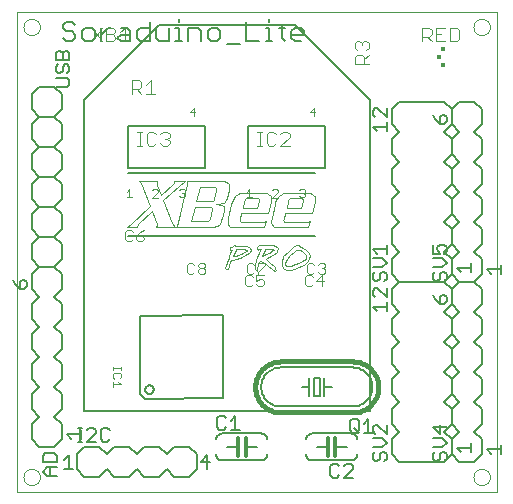
<source format=gto>
G75*
G70*
%OFA0B0*%
%FSLAX24Y24*%
%IPPOS*%
%LPD*%
%AMOC8*
5,1,8,0,0,1.08239X$1,22.5*
%
%ADD10C,0.0000*%
%ADD11C,0.0060*%
%ADD12C,0.0030*%
%ADD13C,0.0160*%
%ADD14C,0.0050*%
%ADD15C,0.0120*%
%ADD16C,0.0080*%
%ADD17C,0.0040*%
%ADD18R,0.0167X0.0128*%
%ADD19R,0.0138X0.0138*%
D10*
X000417Y000150D02*
X000417Y016150D01*
X016417Y016150D01*
X016417Y000150D01*
X000417Y000150D01*
X000641Y000650D02*
X000643Y000683D01*
X000649Y000715D01*
X000658Y000746D01*
X000671Y000776D01*
X000688Y000804D01*
X000708Y000830D01*
X000731Y000854D01*
X000756Y000874D01*
X000784Y000892D01*
X000813Y000906D01*
X000844Y000916D01*
X000876Y000923D01*
X000909Y000926D01*
X000942Y000925D01*
X000974Y000920D01*
X001005Y000911D01*
X001036Y000899D01*
X001064Y000883D01*
X001091Y000864D01*
X001115Y000842D01*
X001136Y000817D01*
X001155Y000790D01*
X001170Y000761D01*
X001181Y000731D01*
X001189Y000699D01*
X001193Y000666D01*
X001193Y000634D01*
X001189Y000601D01*
X001181Y000569D01*
X001170Y000539D01*
X001155Y000510D01*
X001136Y000483D01*
X001115Y000458D01*
X001091Y000436D01*
X001064Y000417D01*
X001036Y000401D01*
X001005Y000389D01*
X000974Y000380D01*
X000942Y000375D01*
X000909Y000374D01*
X000876Y000377D01*
X000844Y000384D01*
X000813Y000394D01*
X000784Y000408D01*
X000756Y000426D01*
X000731Y000446D01*
X000708Y000470D01*
X000688Y000496D01*
X000671Y000524D01*
X000658Y000554D01*
X000649Y000585D01*
X000643Y000617D01*
X000641Y000650D01*
X015641Y000650D02*
X015643Y000683D01*
X015649Y000715D01*
X015658Y000746D01*
X015671Y000776D01*
X015688Y000804D01*
X015708Y000830D01*
X015731Y000854D01*
X015756Y000874D01*
X015784Y000892D01*
X015813Y000906D01*
X015844Y000916D01*
X015876Y000923D01*
X015909Y000926D01*
X015942Y000925D01*
X015974Y000920D01*
X016005Y000911D01*
X016036Y000899D01*
X016064Y000883D01*
X016091Y000864D01*
X016115Y000842D01*
X016136Y000817D01*
X016155Y000790D01*
X016170Y000761D01*
X016181Y000731D01*
X016189Y000699D01*
X016193Y000666D01*
X016193Y000634D01*
X016189Y000601D01*
X016181Y000569D01*
X016170Y000539D01*
X016155Y000510D01*
X016136Y000483D01*
X016115Y000458D01*
X016091Y000436D01*
X016064Y000417D01*
X016036Y000401D01*
X016005Y000389D01*
X015974Y000380D01*
X015942Y000375D01*
X015909Y000374D01*
X015876Y000377D01*
X015844Y000384D01*
X015813Y000394D01*
X015784Y000408D01*
X015756Y000426D01*
X015731Y000446D01*
X015708Y000470D01*
X015688Y000496D01*
X015671Y000524D01*
X015658Y000554D01*
X015649Y000585D01*
X015643Y000617D01*
X015641Y000650D01*
X015641Y015650D02*
X015643Y015683D01*
X015649Y015715D01*
X015658Y015746D01*
X015671Y015776D01*
X015688Y015804D01*
X015708Y015830D01*
X015731Y015854D01*
X015756Y015874D01*
X015784Y015892D01*
X015813Y015906D01*
X015844Y015916D01*
X015876Y015923D01*
X015909Y015926D01*
X015942Y015925D01*
X015974Y015920D01*
X016005Y015911D01*
X016036Y015899D01*
X016064Y015883D01*
X016091Y015864D01*
X016115Y015842D01*
X016136Y015817D01*
X016155Y015790D01*
X016170Y015761D01*
X016181Y015731D01*
X016189Y015699D01*
X016193Y015666D01*
X016193Y015634D01*
X016189Y015601D01*
X016181Y015569D01*
X016170Y015539D01*
X016155Y015510D01*
X016136Y015483D01*
X016115Y015458D01*
X016091Y015436D01*
X016064Y015417D01*
X016036Y015401D01*
X016005Y015389D01*
X015974Y015380D01*
X015942Y015375D01*
X015909Y015374D01*
X015876Y015377D01*
X015844Y015384D01*
X015813Y015394D01*
X015784Y015408D01*
X015756Y015426D01*
X015731Y015446D01*
X015708Y015470D01*
X015688Y015496D01*
X015671Y015524D01*
X015658Y015554D01*
X015649Y015585D01*
X015643Y015617D01*
X015641Y015650D01*
X000641Y015650D02*
X000643Y015683D01*
X000649Y015715D01*
X000658Y015746D01*
X000671Y015776D01*
X000688Y015804D01*
X000708Y015830D01*
X000731Y015854D01*
X000756Y015874D01*
X000784Y015892D01*
X000813Y015906D01*
X000844Y015916D01*
X000876Y015923D01*
X000909Y015926D01*
X000942Y015925D01*
X000974Y015920D01*
X001005Y015911D01*
X001036Y015899D01*
X001064Y015883D01*
X001091Y015864D01*
X001115Y015842D01*
X001136Y015817D01*
X001155Y015790D01*
X001170Y015761D01*
X001181Y015731D01*
X001189Y015699D01*
X001193Y015666D01*
X001193Y015634D01*
X001189Y015601D01*
X001181Y015569D01*
X001170Y015539D01*
X001155Y015510D01*
X001136Y015483D01*
X001115Y015458D01*
X001091Y015436D01*
X001064Y015417D01*
X001036Y015401D01*
X001005Y015389D01*
X000974Y015380D01*
X000942Y015375D01*
X000909Y015374D01*
X000876Y015377D01*
X000844Y015384D01*
X000813Y015394D01*
X000784Y015408D01*
X000756Y015426D01*
X000731Y015446D01*
X000708Y015470D01*
X000688Y015496D01*
X000671Y015524D01*
X000658Y015554D01*
X000649Y015585D01*
X000643Y015617D01*
X000641Y015650D01*
D11*
X001947Y015607D02*
X002053Y015500D01*
X002267Y015500D01*
X002374Y015394D01*
X002374Y015287D01*
X002267Y015180D01*
X002053Y015180D01*
X001947Y015287D01*
X001947Y015607D02*
X001947Y015714D01*
X002053Y015821D01*
X002267Y015821D01*
X002374Y015714D01*
X002591Y015500D02*
X002591Y015287D01*
X002698Y015180D01*
X002911Y015180D01*
X003018Y015287D01*
X003018Y015500D01*
X002911Y015607D01*
X002698Y015607D01*
X002591Y015500D01*
X003236Y015394D02*
X003449Y015607D01*
X003556Y015607D01*
X003236Y015607D02*
X003236Y015180D01*
X003773Y015287D02*
X003880Y015394D01*
X004200Y015394D01*
X004200Y015500D02*
X004200Y015180D01*
X003880Y015180D01*
X003773Y015287D01*
X003880Y015607D02*
X004093Y015607D01*
X004200Y015500D01*
X004417Y015500D02*
X004417Y015287D01*
X004524Y015180D01*
X004844Y015180D01*
X004844Y015821D01*
X004844Y015607D02*
X004524Y015607D01*
X004417Y015500D01*
X005062Y015607D02*
X005062Y015287D01*
X005169Y015180D01*
X005489Y015180D01*
X005489Y015607D01*
X005707Y015607D02*
X005813Y015607D01*
X005813Y015180D01*
X005707Y015180D02*
X005920Y015180D01*
X006136Y015180D02*
X006136Y015607D01*
X006457Y015607D01*
X006563Y015500D01*
X006563Y015180D01*
X006781Y015287D02*
X006781Y015500D01*
X006888Y015607D01*
X007101Y015607D01*
X007208Y015500D01*
X007208Y015287D01*
X007101Y015180D01*
X006888Y015180D01*
X006781Y015287D01*
X007425Y015073D02*
X007852Y015073D01*
X008070Y015180D02*
X008497Y015180D01*
X008714Y015180D02*
X008928Y015180D01*
X008821Y015180D02*
X008821Y015607D01*
X008714Y015607D01*
X008821Y015821D02*
X008821Y015927D01*
X009144Y015607D02*
X009358Y015607D01*
X009251Y015714D02*
X009251Y015287D01*
X009358Y015180D01*
X009574Y015287D02*
X009574Y015500D01*
X009681Y015607D01*
X009894Y015607D01*
X010001Y015500D01*
X010001Y015394D01*
X009574Y015394D01*
X009574Y015287D02*
X009681Y015180D01*
X009894Y015180D01*
X008070Y015180D02*
X008070Y015821D01*
X005813Y015821D02*
X005813Y015927D01*
X001917Y013400D02*
X001917Y012900D01*
X001667Y012650D01*
X001917Y012400D01*
X001917Y011900D01*
X001667Y011650D01*
X001917Y011400D01*
X001917Y010900D01*
X001667Y010650D01*
X001917Y010400D01*
X001917Y009900D01*
X001667Y009650D01*
X001917Y009400D01*
X001917Y008900D01*
X001667Y008650D01*
X001917Y008400D01*
X001917Y007900D01*
X001667Y007650D01*
X001167Y007650D01*
X000917Y007400D01*
X000917Y006900D01*
X001167Y006650D01*
X000917Y006400D01*
X000917Y005900D01*
X001167Y005650D01*
X000917Y005400D01*
X000917Y004900D01*
X001167Y004650D01*
X000917Y004400D01*
X000917Y003900D01*
X001167Y003650D01*
X000917Y003400D01*
X000917Y002900D01*
X001167Y002650D01*
X000917Y002400D01*
X000917Y001900D01*
X001167Y001650D01*
X001667Y001650D01*
X001917Y001900D01*
X001917Y002400D01*
X001667Y002650D01*
X001917Y002900D01*
X001917Y003400D01*
X001667Y003650D01*
X001917Y003900D01*
X001917Y004400D01*
X001667Y004650D01*
X001917Y004900D01*
X001917Y005400D01*
X001667Y005650D01*
X001917Y005900D01*
X001917Y006400D01*
X001667Y006650D01*
X001917Y006900D01*
X001917Y007400D01*
X001667Y007650D01*
X001167Y007650D01*
X000917Y007900D01*
X000917Y008400D01*
X001167Y008650D01*
X000917Y008900D01*
X000917Y009400D01*
X001167Y009650D01*
X001667Y009650D01*
X001167Y009650D02*
X000917Y009900D01*
X000917Y010400D01*
X001167Y010650D01*
X000917Y010900D01*
X000917Y011400D01*
X001167Y011650D01*
X000917Y011900D01*
X000917Y012400D01*
X001167Y012650D01*
X000917Y012900D01*
X000917Y013400D01*
X001167Y013650D01*
X001667Y013650D01*
X001917Y013400D01*
X001667Y012650D02*
X001167Y012650D01*
X001167Y011650D02*
X001667Y011650D01*
X001667Y010650D02*
X001167Y010650D01*
X001167Y008650D02*
X001667Y008650D01*
X004116Y008691D02*
X010344Y008691D01*
X010344Y010779D02*
X004116Y010779D01*
X004532Y006025D02*
X007292Y006035D01*
X007301Y003275D01*
X004681Y003266D01*
X004541Y003405D01*
X004532Y006025D01*
X004699Y003566D02*
X004701Y003589D01*
X004707Y003612D01*
X004716Y003633D01*
X004729Y003653D01*
X004745Y003670D01*
X004763Y003684D01*
X004783Y003695D01*
X004805Y003703D01*
X004828Y003707D01*
X004852Y003707D01*
X004875Y003703D01*
X004897Y003695D01*
X004917Y003684D01*
X004935Y003670D01*
X004951Y003653D01*
X004964Y003633D01*
X004973Y003612D01*
X004979Y003589D01*
X004981Y003566D01*
X004979Y003543D01*
X004973Y003520D01*
X004964Y003499D01*
X004951Y003479D01*
X004935Y003462D01*
X004917Y003448D01*
X004897Y003437D01*
X004875Y003429D01*
X004852Y003425D01*
X004828Y003425D01*
X004805Y003429D01*
X004783Y003437D01*
X004763Y003448D01*
X004745Y003462D01*
X004729Y003479D01*
X004716Y003499D01*
X004707Y003520D01*
X004701Y003543D01*
X004699Y003566D01*
X004667Y001650D02*
X005167Y001650D01*
X005417Y001400D01*
X005667Y001650D01*
X006167Y001650D01*
X006417Y001400D01*
X006417Y000900D01*
X006167Y000650D01*
X005667Y000650D01*
X005417Y000900D01*
X005167Y000650D01*
X004667Y000650D01*
X004417Y000900D01*
X004167Y000650D01*
X003667Y000650D01*
X003417Y000900D01*
X003167Y000650D01*
X002667Y000650D01*
X002417Y000900D01*
X002417Y001400D01*
X002667Y001650D01*
X003167Y001650D01*
X003417Y001400D01*
X003667Y001650D01*
X004167Y001650D01*
X004417Y001400D01*
X004667Y001650D01*
X007067Y001400D02*
X007069Y001374D01*
X007074Y001348D01*
X007082Y001323D01*
X007094Y001300D01*
X007108Y001278D01*
X007126Y001259D01*
X007145Y001241D01*
X007167Y001227D01*
X007190Y001215D01*
X007215Y001207D01*
X007241Y001202D01*
X007267Y001200D01*
X008567Y001200D01*
X008593Y001202D01*
X008619Y001207D01*
X008644Y001215D01*
X008667Y001227D01*
X008689Y001241D01*
X008708Y001259D01*
X008726Y001278D01*
X008740Y001300D01*
X008752Y001323D01*
X008760Y001348D01*
X008765Y001374D01*
X008767Y001400D01*
X008417Y001650D02*
X008047Y001650D01*
X007797Y001650D02*
X007417Y001650D01*
X007067Y001900D02*
X007069Y001926D01*
X007074Y001952D01*
X007082Y001977D01*
X007094Y002000D01*
X007108Y002022D01*
X007126Y002041D01*
X007145Y002059D01*
X007167Y002073D01*
X007190Y002085D01*
X007215Y002093D01*
X007241Y002098D01*
X007267Y002100D01*
X008567Y002100D01*
X008593Y002098D01*
X008619Y002093D01*
X008644Y002085D01*
X008667Y002073D01*
X008689Y002059D01*
X008708Y002041D01*
X008726Y002022D01*
X008740Y002000D01*
X008752Y001977D01*
X008760Y001952D01*
X008765Y001926D01*
X008767Y001900D01*
X009217Y003000D02*
X011617Y003000D01*
X011667Y003002D01*
X011716Y003008D01*
X011765Y003017D01*
X011813Y003030D01*
X011860Y003047D01*
X011905Y003067D01*
X011949Y003091D01*
X011991Y003118D01*
X012031Y003149D01*
X012068Y003182D01*
X012102Y003218D01*
X012134Y003256D01*
X012163Y003297D01*
X012188Y003339D01*
X012210Y003384D01*
X012229Y003430D01*
X012244Y003478D01*
X012255Y003526D01*
X012263Y003575D01*
X012267Y003625D01*
X012267Y003675D01*
X012263Y003725D01*
X012255Y003774D01*
X012244Y003822D01*
X012229Y003870D01*
X012210Y003916D01*
X012188Y003961D01*
X012163Y004003D01*
X012134Y004044D01*
X012102Y004082D01*
X012068Y004118D01*
X012031Y004151D01*
X011991Y004182D01*
X011949Y004209D01*
X011905Y004233D01*
X011860Y004253D01*
X011813Y004270D01*
X011765Y004283D01*
X011716Y004292D01*
X011667Y004298D01*
X011617Y004300D01*
X009217Y004300D01*
X009167Y004298D01*
X009118Y004292D01*
X009069Y004283D01*
X009021Y004270D01*
X008974Y004253D01*
X008929Y004233D01*
X008885Y004209D01*
X008843Y004182D01*
X008803Y004151D01*
X008766Y004118D01*
X008732Y004082D01*
X008700Y004044D01*
X008671Y004003D01*
X008646Y003961D01*
X008624Y003916D01*
X008605Y003870D01*
X008590Y003822D01*
X008579Y003774D01*
X008571Y003725D01*
X008567Y003675D01*
X008567Y003625D01*
X008571Y003575D01*
X008579Y003526D01*
X008590Y003478D01*
X008605Y003430D01*
X008624Y003384D01*
X008646Y003339D01*
X008671Y003297D01*
X008700Y003256D01*
X008732Y003218D01*
X008766Y003182D01*
X008803Y003149D01*
X008843Y003118D01*
X008885Y003091D01*
X008929Y003067D01*
X008974Y003047D01*
X009021Y003030D01*
X009069Y003017D01*
X009118Y003008D01*
X009167Y003002D01*
X009217Y003000D01*
X009917Y003650D02*
X010167Y003650D01*
X010167Y003950D01*
X010317Y003950D02*
X010517Y003950D01*
X010517Y003350D01*
X010317Y003350D01*
X010317Y003950D01*
X010167Y003650D02*
X010167Y003350D01*
X010667Y003350D02*
X010667Y003650D01*
X010917Y003650D01*
X010667Y003650D02*
X010667Y003950D01*
X010267Y002100D02*
X011567Y002100D01*
X011593Y002098D01*
X011619Y002093D01*
X011644Y002085D01*
X011667Y002073D01*
X011689Y002059D01*
X011708Y002041D01*
X011726Y002022D01*
X011740Y002000D01*
X011752Y001977D01*
X011760Y001952D01*
X011765Y001926D01*
X011767Y001900D01*
X011417Y001650D02*
X011037Y001650D01*
X010787Y001650D02*
X010417Y001650D01*
X010067Y001900D02*
X010069Y001926D01*
X010074Y001952D01*
X010082Y001977D01*
X010094Y002000D01*
X010108Y002022D01*
X010126Y002041D01*
X010145Y002059D01*
X010167Y002073D01*
X010190Y002085D01*
X010215Y002093D01*
X010241Y002098D01*
X010267Y002100D01*
X010067Y001400D02*
X010069Y001374D01*
X010074Y001348D01*
X010082Y001323D01*
X010094Y001300D01*
X010108Y001278D01*
X010126Y001259D01*
X010145Y001241D01*
X010167Y001227D01*
X010190Y001215D01*
X010215Y001207D01*
X010241Y001202D01*
X010267Y001200D01*
X011567Y001200D01*
X011593Y001202D01*
X011619Y001207D01*
X011644Y001215D01*
X011667Y001227D01*
X011689Y001241D01*
X011708Y001259D01*
X011726Y001278D01*
X011740Y001300D01*
X011752Y001323D01*
X011760Y001348D01*
X011765Y001374D01*
X011767Y001400D01*
X012917Y001400D02*
X013167Y001150D01*
X014667Y001150D01*
X014917Y001400D01*
X015167Y001150D01*
X015667Y001150D01*
X015917Y001400D01*
X015917Y001900D01*
X015667Y002150D01*
X015917Y002400D01*
X015917Y002900D01*
X015667Y003150D01*
X015917Y003400D01*
X015917Y003900D01*
X015667Y004150D01*
X015917Y004400D01*
X015917Y004900D01*
X015667Y005150D01*
X015917Y005400D01*
X015917Y005900D01*
X015667Y006150D01*
X015917Y006400D01*
X015917Y006900D01*
X015667Y007150D01*
X015917Y007400D01*
X015917Y007900D01*
X015667Y008150D01*
X015917Y008400D01*
X015917Y008900D01*
X015667Y009150D01*
X015917Y009400D01*
X015917Y009900D01*
X015667Y010150D01*
X015917Y010400D01*
X015917Y010900D01*
X015667Y011150D01*
X015917Y011400D01*
X015917Y011900D01*
X015667Y012150D01*
X015917Y012400D01*
X015917Y012900D01*
X015667Y013150D01*
X015167Y013150D01*
X014917Y012900D01*
X014917Y012400D01*
X015167Y012150D01*
X014917Y011900D01*
X014917Y011400D01*
X015167Y011150D01*
X014917Y010900D01*
X014917Y010400D01*
X015167Y010150D01*
X014917Y009900D01*
X014917Y009400D01*
X015167Y009150D01*
X014917Y008900D01*
X014917Y008400D01*
X015167Y008150D01*
X014917Y007900D01*
X014917Y007400D01*
X015167Y007150D01*
X015667Y007150D01*
X015167Y007150D01*
X014917Y006900D01*
X014917Y006400D01*
X015167Y006150D01*
X014917Y005900D01*
X014917Y005400D01*
X015167Y005150D01*
X014917Y004900D01*
X014917Y004400D01*
X015167Y004150D01*
X014917Y003900D01*
X014917Y003400D01*
X015167Y003150D01*
X014917Y002900D01*
X014917Y002400D01*
X015167Y002150D01*
X014917Y001900D01*
X014917Y001400D01*
X014917Y001900D01*
X014667Y002150D01*
X014917Y002400D01*
X014917Y002900D01*
X014667Y003150D01*
X014917Y003400D01*
X014917Y003900D01*
X014667Y004150D01*
X014917Y004400D01*
X014917Y004900D01*
X014667Y005150D01*
X014917Y005400D01*
X014917Y005900D01*
X014667Y006150D01*
X014917Y006400D01*
X014917Y006900D01*
X014667Y007150D01*
X013167Y007150D01*
X012917Y006900D01*
X012917Y006400D01*
X013167Y006150D01*
X012917Y005900D01*
X012917Y005400D01*
X013167Y005150D01*
X012917Y004900D01*
X012917Y004400D01*
X013167Y004150D01*
X012917Y003900D01*
X012917Y003400D01*
X013167Y003150D01*
X012917Y002900D01*
X012917Y002400D01*
X013167Y002150D01*
X012917Y001900D01*
X012917Y001400D01*
X013167Y007150D02*
X014667Y007150D01*
X014917Y007400D01*
X014917Y007900D01*
X014667Y008150D01*
X014917Y008400D01*
X014917Y008900D01*
X014667Y009150D01*
X014917Y009400D01*
X014917Y009900D01*
X014667Y010150D01*
X014917Y010400D01*
X014917Y010900D01*
X014667Y011150D01*
X014917Y011400D01*
X014917Y011900D01*
X014667Y012150D01*
X014917Y012400D01*
X014917Y012900D01*
X014667Y013150D01*
X013167Y013150D01*
X012917Y012900D01*
X012917Y012400D01*
X013167Y012150D01*
X012917Y011900D01*
X012917Y011400D01*
X013167Y011150D01*
X012917Y010900D01*
X012917Y010400D01*
X013167Y010150D01*
X012917Y009900D01*
X012917Y009400D01*
X013167Y009150D01*
X012917Y008900D01*
X012917Y008400D01*
X013167Y008150D01*
X012917Y007900D01*
X012917Y007400D01*
X013167Y007150D01*
D12*
X010704Y007482D02*
X010642Y007421D01*
X010519Y007421D01*
X010457Y007482D01*
X010336Y007482D02*
X010274Y007421D01*
X010150Y007421D01*
X010089Y007482D01*
X010089Y007729D01*
X010150Y007791D01*
X010274Y007791D01*
X010336Y007729D01*
X010457Y007729D02*
X010519Y007791D01*
X010642Y007791D01*
X010704Y007729D01*
X010704Y007667D01*
X010642Y007606D01*
X010704Y007544D01*
X010704Y007482D01*
X010642Y007606D02*
X010580Y007606D01*
X010591Y007380D02*
X010406Y007195D01*
X010653Y007195D01*
X010591Y007380D02*
X010591Y007009D01*
X010285Y007071D02*
X010223Y007009D01*
X010100Y007009D01*
X010038Y007071D01*
X010038Y007318D01*
X010100Y007380D01*
X010223Y007380D01*
X010285Y007318D01*
X008653Y007380D02*
X008406Y007380D01*
X008406Y007195D01*
X008530Y007256D01*
X008591Y007256D01*
X008653Y007195D01*
X008653Y007071D01*
X008591Y007009D01*
X008468Y007009D01*
X008406Y007071D01*
X008285Y007071D02*
X008223Y007009D01*
X008100Y007009D01*
X008038Y007071D01*
X008038Y007318D01*
X008100Y007380D01*
X008223Y007380D01*
X008285Y007318D01*
X008274Y007421D02*
X008150Y007421D01*
X008089Y007482D01*
X008089Y007729D01*
X008150Y007791D01*
X008274Y007791D01*
X008336Y007729D01*
X008457Y007791D02*
X008704Y007791D01*
X008704Y007729D01*
X008457Y007482D01*
X008457Y007421D01*
X008336Y007482D02*
X008274Y007421D01*
X006704Y007482D02*
X006642Y007421D01*
X006519Y007421D01*
X006457Y007482D01*
X006457Y007544D01*
X006519Y007606D01*
X006642Y007606D01*
X006704Y007544D01*
X006704Y007482D01*
X006642Y007606D02*
X006704Y007667D01*
X006704Y007729D01*
X006642Y007791D01*
X006519Y007791D01*
X006457Y007729D01*
X006457Y007667D01*
X006519Y007606D01*
X006336Y007729D02*
X006274Y007791D01*
X006150Y007791D01*
X006089Y007729D01*
X006089Y007482D01*
X006150Y007421D01*
X006274Y007421D01*
X006336Y007482D01*
X004653Y008571D02*
X004653Y008633D01*
X004591Y008695D01*
X004406Y008695D01*
X004406Y008571D01*
X004468Y008509D01*
X004591Y008509D01*
X004653Y008571D01*
X004530Y008818D02*
X004406Y008695D01*
X004285Y008818D02*
X004223Y008880D01*
X004100Y008880D01*
X004038Y008818D01*
X004038Y008571D01*
X004100Y008509D01*
X004223Y008509D01*
X004285Y008571D01*
X004530Y008818D02*
X004653Y008880D01*
X003903Y004324D02*
X003903Y004227D01*
X003903Y004275D02*
X003613Y004274D01*
X003613Y004226D02*
X003613Y004323D01*
X003662Y004126D02*
X003614Y004078D01*
X003614Y003981D01*
X003663Y003933D01*
X003615Y003832D02*
X003615Y003638D01*
X003615Y003735D02*
X003905Y003736D01*
X003808Y003832D01*
X003856Y003934D02*
X003904Y003982D01*
X003904Y004079D01*
X003855Y004127D01*
X003662Y004126D01*
D13*
X009217Y004500D02*
X011617Y004500D01*
X011674Y004498D01*
X011730Y004492D01*
X011786Y004483D01*
X011842Y004470D01*
X011896Y004453D01*
X011949Y004433D01*
X012000Y004409D01*
X012050Y004381D01*
X012098Y004351D01*
X012144Y004317D01*
X012187Y004280D01*
X012228Y004241D01*
X012266Y004199D01*
X012301Y004154D01*
X012333Y004107D01*
X012362Y004058D01*
X012388Y004008D01*
X012410Y003955D01*
X012429Y003902D01*
X012444Y003847D01*
X012455Y003791D01*
X012463Y003735D01*
X012467Y003678D01*
X012467Y003622D01*
X012463Y003565D01*
X012455Y003509D01*
X012444Y003453D01*
X012429Y003398D01*
X012410Y003345D01*
X012388Y003292D01*
X012362Y003242D01*
X012333Y003193D01*
X012301Y003146D01*
X012266Y003101D01*
X012228Y003059D01*
X012187Y003020D01*
X012144Y002983D01*
X012098Y002949D01*
X012050Y002919D01*
X012000Y002891D01*
X011949Y002867D01*
X011896Y002847D01*
X011842Y002830D01*
X011786Y002817D01*
X011730Y002808D01*
X011674Y002802D01*
X011617Y002800D01*
X009217Y002800D01*
X009160Y002802D01*
X009104Y002808D01*
X009048Y002817D01*
X008992Y002830D01*
X008938Y002847D01*
X008885Y002867D01*
X008834Y002891D01*
X008784Y002919D01*
X008736Y002949D01*
X008690Y002983D01*
X008647Y003020D01*
X008606Y003059D01*
X008568Y003101D01*
X008533Y003146D01*
X008501Y003193D01*
X008472Y003242D01*
X008446Y003292D01*
X008424Y003345D01*
X008405Y003398D01*
X008390Y003453D01*
X008379Y003509D01*
X008371Y003565D01*
X008367Y003622D01*
X008367Y003678D01*
X008371Y003735D01*
X008379Y003791D01*
X008390Y003847D01*
X008405Y003902D01*
X008424Y003955D01*
X008446Y004008D01*
X008472Y004058D01*
X008501Y004107D01*
X008533Y004154D01*
X008568Y004199D01*
X008606Y004241D01*
X008647Y004280D01*
X008690Y004317D01*
X008736Y004351D01*
X008784Y004381D01*
X008834Y004409D01*
X008885Y004433D01*
X008938Y004453D01*
X008992Y004470D01*
X009048Y004483D01*
X009104Y004492D01*
X009160Y004498D01*
X009217Y004500D01*
D14*
X007702Y002675D02*
X007702Y002225D01*
X007552Y002225D02*
X007852Y002225D01*
X007552Y002525D02*
X007702Y002675D01*
X007392Y002600D02*
X007317Y002675D01*
X007167Y002675D01*
X007092Y002600D01*
X007092Y002300D01*
X007167Y002225D01*
X007317Y002225D01*
X007392Y002300D01*
X006767Y001375D02*
X006542Y001150D01*
X006842Y001150D01*
X006767Y000925D02*
X006767Y001375D01*
X003509Y001900D02*
X003434Y001825D01*
X003284Y001825D01*
X003209Y001900D01*
X003209Y002200D01*
X003284Y002275D01*
X003434Y002275D01*
X003509Y002200D01*
X003049Y002200D02*
X002974Y002275D01*
X002824Y002275D01*
X002749Y002200D01*
X002592Y002275D02*
X002442Y002275D01*
X002517Y002275D02*
X002517Y001825D01*
X002442Y001825D02*
X002592Y001825D01*
X002542Y001925D02*
X002542Y002225D01*
X002542Y002075D02*
X002091Y002075D01*
X002241Y001925D01*
X002749Y001825D02*
X003049Y002125D01*
X003049Y002200D01*
X003049Y001825D02*
X002749Y001825D01*
X002142Y001375D02*
X002142Y000925D01*
X001992Y000925D02*
X002292Y000925D01*
X001992Y001225D02*
X002142Y001375D01*
X001742Y001361D02*
X001742Y001135D01*
X001291Y001135D01*
X001291Y001361D01*
X001366Y001436D01*
X001667Y001436D01*
X001742Y001361D01*
X001742Y000975D02*
X001441Y000975D01*
X001291Y000825D01*
X001441Y000675D01*
X001742Y000675D01*
X001516Y000675D02*
X001516Y000975D01*
X000667Y006925D02*
X000742Y007000D01*
X000742Y007150D01*
X000667Y007225D01*
X000592Y007225D01*
X000516Y007150D01*
X000516Y006925D01*
X000667Y006925D01*
X000516Y006925D02*
X000366Y007075D01*
X000291Y007225D01*
X001721Y013645D02*
X002097Y013645D01*
X002172Y013720D01*
X002172Y013870D01*
X002097Y013945D01*
X001721Y013945D01*
X001796Y014105D02*
X001871Y014105D01*
X001946Y014180D01*
X001946Y014331D01*
X002022Y014406D01*
X002097Y014406D01*
X002172Y014331D01*
X002172Y014180D01*
X002097Y014105D01*
X001796Y014105D02*
X001721Y014180D01*
X001721Y014331D01*
X001796Y014406D01*
X001721Y014566D02*
X001721Y014791D01*
X001796Y014866D01*
X001871Y014866D01*
X001946Y014791D01*
X001946Y014566D01*
X001721Y014566D02*
X002172Y014566D01*
X002172Y014791D01*
X002097Y014866D01*
X002022Y014866D01*
X001946Y014791D01*
X012291Y012861D02*
X012291Y012710D01*
X012366Y012635D01*
X012291Y012861D02*
X012366Y012936D01*
X012441Y012936D01*
X012742Y012635D01*
X012742Y012936D01*
X012742Y012475D02*
X012742Y012175D01*
X012742Y012325D02*
X012291Y012325D01*
X012441Y012175D01*
X014291Y012725D02*
X014366Y012575D01*
X014516Y012425D01*
X014516Y012650D01*
X014592Y012725D01*
X014667Y012725D01*
X014742Y012650D01*
X014742Y012500D01*
X014667Y012425D01*
X014516Y012425D01*
X014516Y008396D02*
X014441Y008321D01*
X014441Y008246D01*
X014516Y008096D01*
X014291Y008096D01*
X014291Y008396D01*
X014516Y008396D02*
X014667Y008396D01*
X014742Y008321D01*
X014742Y008171D01*
X014667Y008096D01*
X014592Y007936D02*
X014291Y007936D01*
X014592Y007936D02*
X014742Y007786D01*
X014592Y007635D01*
X014291Y007635D01*
X014366Y007475D02*
X014291Y007400D01*
X014291Y007250D01*
X014366Y007175D01*
X014441Y007175D01*
X014516Y007250D01*
X014516Y007400D01*
X014592Y007475D01*
X014667Y007475D01*
X014742Y007400D01*
X014742Y007250D01*
X014667Y007175D01*
X014667Y006725D02*
X014592Y006725D01*
X014516Y006650D01*
X014516Y006425D01*
X014667Y006425D01*
X014742Y006500D01*
X014742Y006650D01*
X014667Y006725D01*
X014516Y006425D02*
X014366Y006575D01*
X014291Y006725D01*
X015091Y007625D02*
X015542Y007625D01*
X015542Y007475D02*
X015542Y007775D01*
X015241Y007475D02*
X015091Y007625D01*
X016091Y007575D02*
X016542Y007575D01*
X016542Y007425D02*
X016542Y007725D01*
X016241Y007425D02*
X016091Y007575D01*
X012742Y007400D02*
X012742Y007250D01*
X012667Y007175D01*
X012516Y007250D02*
X012516Y007400D01*
X012592Y007475D01*
X012667Y007475D01*
X012742Y007400D01*
X012516Y007250D02*
X012441Y007175D01*
X012366Y007175D01*
X012291Y007250D01*
X012291Y007400D01*
X012366Y007475D01*
X012291Y007635D02*
X012592Y007635D01*
X012742Y007786D01*
X012592Y007936D01*
X012291Y007936D01*
X012441Y008096D02*
X012291Y008246D01*
X012742Y008246D01*
X012742Y008096D02*
X012742Y008396D01*
X012742Y006936D02*
X012742Y006635D01*
X012441Y006936D01*
X012366Y006936D01*
X012291Y006861D01*
X012291Y006710D01*
X012366Y006635D01*
X012291Y006325D02*
X012742Y006325D01*
X012742Y006175D02*
X012742Y006475D01*
X012441Y006175D02*
X012291Y006325D01*
X012131Y002575D02*
X012131Y002125D01*
X011981Y002125D02*
X012282Y002125D01*
X012291Y002171D02*
X012366Y002096D01*
X012291Y002171D02*
X012291Y002321D01*
X012366Y002396D01*
X012441Y002396D01*
X012742Y002096D01*
X012742Y002396D01*
X012592Y001936D02*
X012291Y001936D01*
X012291Y001635D02*
X012592Y001635D01*
X012742Y001786D01*
X012592Y001936D01*
X012592Y001475D02*
X012667Y001475D01*
X012742Y001400D01*
X012742Y001250D01*
X012667Y001175D01*
X012516Y001250D02*
X012516Y001400D01*
X012592Y001475D01*
X012366Y001475D02*
X012291Y001400D01*
X012291Y001250D01*
X012366Y001175D01*
X012441Y001175D01*
X012516Y001250D01*
X011632Y001000D02*
X011632Y000925D01*
X011331Y000625D01*
X011632Y000625D01*
X011171Y000700D02*
X011096Y000625D01*
X010946Y000625D01*
X010871Y000700D01*
X010871Y001000D01*
X010946Y001075D01*
X011096Y001075D01*
X011171Y001000D01*
X011331Y001000D02*
X011406Y001075D01*
X011556Y001075D01*
X011632Y001000D01*
X011596Y002125D02*
X011521Y002200D01*
X011521Y002500D01*
X011596Y002575D01*
X011746Y002575D01*
X011821Y002500D01*
X011821Y002200D01*
X011746Y002125D01*
X011596Y002125D01*
X011671Y002275D02*
X011821Y002125D01*
X011981Y002425D02*
X012131Y002575D01*
X014291Y002321D02*
X014516Y002096D01*
X014516Y002396D01*
X014291Y002321D02*
X014742Y002321D01*
X014592Y001936D02*
X014291Y001936D01*
X014291Y001635D02*
X014592Y001635D01*
X014742Y001786D01*
X014592Y001936D01*
X014592Y001475D02*
X014667Y001475D01*
X014742Y001400D01*
X014742Y001250D01*
X014667Y001175D01*
X014516Y001250D02*
X014516Y001400D01*
X014592Y001475D01*
X014366Y001475D02*
X014291Y001400D01*
X014291Y001250D01*
X014366Y001175D01*
X014441Y001175D01*
X014516Y001250D01*
X015091Y001625D02*
X015542Y001625D01*
X015542Y001475D02*
X015542Y001775D01*
X015241Y001475D02*
X015091Y001625D01*
X016091Y001575D02*
X016542Y001575D01*
X016542Y001425D02*
X016542Y001725D01*
X016241Y001425D02*
X016091Y001575D01*
D15*
X011037Y001650D02*
X011037Y001350D01*
X010787Y001350D02*
X010787Y001650D01*
X010787Y001950D01*
X011037Y001950D02*
X011037Y001650D01*
X008047Y001650D02*
X008047Y001350D01*
X007797Y001350D02*
X007797Y001650D01*
X007797Y001950D01*
X008047Y001950D02*
X008047Y001650D01*
D16*
X012180Y002837D02*
X002653Y002837D01*
X002653Y013233D01*
X005143Y015723D01*
X009690Y015723D01*
X012180Y013233D01*
X012180Y002837D01*
X010707Y010950D02*
X008127Y010950D01*
X008127Y012350D01*
X010707Y012350D01*
X010707Y010950D01*
X006707Y010950D02*
X004127Y010950D01*
X004127Y012350D01*
X006707Y012350D01*
X006707Y010950D01*
D17*
X006095Y010505D02*
X007340Y010505D01*
X007406Y010489D01*
X007450Y010461D01*
X007482Y010401D01*
X007504Y010346D01*
X007504Y010253D01*
X007488Y010209D01*
X007422Y009935D01*
X007400Y009880D01*
X007318Y009798D01*
X007252Y009771D01*
X007164Y009749D01*
X007055Y009749D01*
X007214Y009727D01*
X007329Y009672D01*
X007334Y009661D01*
X007334Y009513D01*
X007274Y009272D01*
X007236Y009211D01*
X007225Y009146D01*
X007143Y009052D01*
X007077Y009020D01*
X006973Y008987D01*
X005070Y008987D01*
X005103Y009047D01*
X005103Y009085D01*
X004928Y009518D01*
X004473Y009074D01*
X004423Y008987D01*
X004100Y008987D01*
X004237Y009085D01*
X004873Y009683D01*
X004560Y010445D01*
X004500Y010505D01*
X005103Y010505D01*
X005103Y010472D01*
X005087Y010439D01*
X005103Y010412D01*
X005103Y010385D01*
X005240Y010039D01*
X005629Y010423D01*
X005651Y010450D01*
X005668Y010483D01*
X005673Y010505D01*
X006019Y010505D01*
X005947Y010456D01*
X005893Y010418D01*
X005816Y010352D01*
X005300Y009869D01*
X005607Y009113D01*
X005695Y008992D01*
X005712Y008992D01*
X005745Y009025D01*
X005788Y009157D01*
X005854Y009403D01*
X005931Y009716D01*
X006073Y010297D01*
X006095Y010396D01*
X006095Y010505D01*
X005979Y010250D02*
X005885Y010250D01*
X005839Y010204D01*
X005932Y010110D02*
X005979Y010110D01*
X006025Y010063D01*
X006025Y010017D01*
X005979Y009970D01*
X005885Y009970D01*
X005839Y010017D01*
X005979Y010110D02*
X006025Y010157D01*
X006025Y010204D01*
X005979Y010250D01*
X006512Y010319D02*
X006397Y009853D01*
X006945Y009853D01*
X006978Y009875D01*
X006995Y009913D01*
X007071Y010204D01*
X007066Y010291D01*
X007016Y010319D01*
X006512Y010319D01*
X006359Y009655D02*
X006232Y009173D01*
X006764Y009173D01*
X006786Y009184D01*
X006825Y009228D01*
X006846Y009261D01*
X006929Y009584D01*
X006929Y009601D01*
X006901Y009639D01*
X006857Y009655D01*
X006359Y009655D01*
X007455Y009272D02*
X007565Y009760D01*
X007581Y009820D01*
X007647Y009951D01*
X007696Y010023D01*
X007784Y010078D01*
X007850Y010100D01*
X007883Y010105D01*
X008743Y010105D01*
X008804Y010083D01*
X008875Y010028D01*
X008897Y010006D01*
X008897Y009814D01*
X008804Y009436D01*
X007905Y009436D01*
X007861Y009250D01*
X007850Y009217D01*
X007855Y009179D01*
X007877Y009162D01*
X008667Y009162D01*
X008738Y009173D01*
X008661Y008987D01*
X007576Y008987D01*
X007532Y008998D01*
X007488Y009030D01*
X007460Y009069D01*
X007444Y009129D01*
X007444Y009184D01*
X007455Y009272D01*
X007954Y009612D02*
X007959Y009606D01*
X008431Y009606D01*
X008491Y009842D01*
X008491Y009913D01*
X008475Y009930D01*
X008453Y009935D01*
X008064Y009935D01*
X008031Y009919D01*
X008009Y009880D01*
X007992Y009836D01*
X007954Y009612D01*
X008077Y009970D02*
X008264Y009970D01*
X008171Y009970D02*
X008171Y010250D01*
X008077Y010157D01*
X008929Y010200D02*
X008975Y010247D01*
X009069Y010247D01*
X009115Y010200D01*
X009115Y010153D01*
X008929Y009966D01*
X009115Y009966D01*
X009105Y009951D02*
X009155Y010023D01*
X009242Y010078D01*
X009308Y010100D01*
X009341Y010105D01*
X010202Y010105D01*
X010262Y010083D01*
X010333Y010028D01*
X010355Y010006D01*
X010355Y009814D01*
X010262Y009436D01*
X009363Y009436D01*
X009319Y009250D01*
X009308Y009217D01*
X009313Y009179D01*
X009335Y009162D01*
X010125Y009162D01*
X010196Y009173D01*
X010119Y008987D01*
X009034Y008987D01*
X008990Y008998D01*
X008946Y009030D01*
X008919Y009069D01*
X008902Y009129D01*
X008902Y009184D01*
X008913Y009272D01*
X009023Y009760D01*
X009039Y009820D01*
X009105Y009951D01*
X009451Y009836D02*
X009412Y009612D01*
X009418Y009606D01*
X009889Y009606D01*
X009949Y009842D01*
X009949Y009913D01*
X009933Y009930D01*
X009911Y009935D01*
X009522Y009935D01*
X009489Y009919D01*
X009467Y009880D01*
X009451Y009836D01*
X009839Y010017D02*
X009885Y009970D01*
X009979Y009970D01*
X010025Y010017D01*
X010025Y010063D01*
X009979Y010110D01*
X009932Y010110D01*
X009979Y010110D02*
X010025Y010157D01*
X010025Y010204D01*
X009979Y010250D01*
X009885Y010250D01*
X009839Y010204D01*
X009511Y011690D02*
X009204Y011690D01*
X009511Y011997D01*
X009511Y012074D01*
X009434Y012150D01*
X009281Y012150D01*
X009204Y012074D01*
X009051Y012074D02*
X008974Y012150D01*
X008820Y012150D01*
X008744Y012074D01*
X008744Y011767D01*
X008820Y011690D01*
X008974Y011690D01*
X009051Y011767D01*
X008590Y011690D02*
X008437Y011690D01*
X008513Y011690D02*
X008513Y012150D01*
X008437Y012150D02*
X008590Y012150D01*
X010187Y012810D02*
X010373Y012810D01*
X010327Y012670D02*
X010327Y012950D01*
X010187Y012810D01*
X011686Y014420D02*
X011686Y014650D01*
X011763Y014727D01*
X011916Y014727D01*
X011993Y014650D01*
X011993Y014420D01*
X011993Y014573D02*
X012147Y014727D01*
X012070Y014880D02*
X012147Y014957D01*
X012147Y015111D01*
X012070Y015187D01*
X011993Y015187D01*
X011916Y015111D01*
X011916Y015034D01*
X011916Y015111D02*
X011840Y015187D01*
X011763Y015187D01*
X011686Y015111D01*
X011686Y014957D01*
X011763Y014880D01*
X011686Y014420D02*
X012147Y014420D01*
X013937Y015170D02*
X013937Y015630D01*
X014167Y015630D01*
X014244Y015554D01*
X014244Y015400D01*
X014167Y015323D01*
X013937Y015323D01*
X014090Y015323D02*
X014244Y015170D01*
X014397Y015170D02*
X014704Y015170D01*
X014857Y015170D02*
X015088Y015170D01*
X015164Y015247D01*
X015164Y015554D01*
X015088Y015630D01*
X014857Y015630D01*
X014857Y015170D01*
X014551Y015400D02*
X014397Y015400D01*
X014397Y015630D02*
X014397Y015170D01*
X014397Y015630D02*
X014704Y015630D01*
X009834Y008373D02*
X009780Y008395D01*
X009774Y008395D02*
X009659Y008334D01*
X009451Y008159D01*
X009303Y008011D01*
X009286Y007967D01*
X009259Y007835D01*
X009253Y007726D01*
X009308Y007622D01*
X009401Y007561D01*
X009527Y007561D01*
X009686Y007583D01*
X009790Y007649D01*
X009933Y007682D01*
X010010Y007759D01*
X010114Y007841D01*
X010174Y007950D01*
X010185Y008022D01*
X010158Y008126D01*
X010065Y008203D01*
X009955Y008279D01*
X009878Y008301D01*
X009873Y008329D01*
X009834Y008373D01*
X009856Y008208D02*
X009719Y008208D01*
X009659Y008164D01*
X009516Y008055D01*
X009423Y007929D01*
X009374Y007770D01*
X009368Y007715D01*
X009418Y007687D01*
X009549Y007693D01*
X009681Y007742D01*
X009818Y007786D01*
X009933Y007852D01*
X010043Y007929D01*
X010043Y008060D01*
X009922Y008186D01*
X009856Y008208D01*
X009133Y008252D02*
X009105Y008203D01*
X009105Y008159D01*
X009061Y008115D01*
X009001Y008077D01*
X008880Y008022D01*
X008765Y007950D01*
X008710Y007918D01*
X008793Y007835D01*
X008897Y007764D01*
X008974Y007704D01*
X009017Y007649D01*
X009039Y007594D01*
X009045Y007561D01*
X009028Y007528D01*
X009012Y007523D01*
X008968Y007556D01*
X008754Y007726D01*
X008551Y007863D01*
X008513Y007863D01*
X008502Y007824D01*
X008464Y007715D01*
X008431Y007616D01*
X008409Y007561D01*
X008409Y007528D01*
X008349Y007583D01*
X008343Y007665D01*
X008354Y007720D01*
X008403Y007896D01*
X008431Y007994D01*
X008491Y008131D01*
X008530Y008203D01*
X008546Y008241D01*
X008508Y008247D01*
X008464Y008214D01*
X008464Y008219D01*
X008447Y008241D01*
X008420Y008257D01*
X008409Y008279D01*
X008414Y008312D01*
X008447Y008345D01*
X008508Y008367D01*
X008579Y008395D01*
X008897Y008395D01*
X008963Y008378D01*
X009039Y008351D01*
X009083Y008323D01*
X009122Y008279D01*
X009133Y008252D01*
X008979Y008219D02*
X008941Y008208D01*
X008886Y008153D01*
X008809Y008109D01*
X008738Y008071D01*
X008656Y008055D01*
X008590Y008022D01*
X008694Y008208D01*
X008700Y008263D01*
X008897Y008263D01*
X008963Y008252D01*
X008979Y008219D01*
X008212Y008225D02*
X008212Y008203D01*
X008190Y008153D01*
X008157Y008115D01*
X008091Y008071D01*
X007850Y007950D01*
X007724Y007901D01*
X007625Y007879D01*
X007592Y007874D01*
X007554Y007874D01*
X007537Y007824D01*
X007504Y007726D01*
X007477Y007638D01*
X007455Y007600D01*
X007444Y007578D01*
X007422Y007567D01*
X007395Y007583D01*
X007373Y007616D01*
X007373Y007654D01*
X007384Y007698D01*
X007433Y007802D01*
X007466Y007879D01*
X007477Y007950D01*
X007493Y008016D01*
X007521Y008104D01*
X007548Y008170D01*
X007576Y008214D01*
X007532Y008214D01*
X007532Y008307D01*
X007581Y008307D01*
X007625Y008340D01*
X007669Y008384D01*
X007718Y008356D01*
X007916Y008356D01*
X008075Y008340D01*
X008184Y008274D01*
X008212Y008225D01*
X008085Y008208D02*
X008080Y008192D01*
X008053Y008170D01*
X007965Y008126D01*
X007894Y008077D01*
X007795Y008049D01*
X007724Y008022D01*
X007680Y008016D01*
X007614Y008016D01*
X007713Y008219D01*
X007724Y008247D01*
X008003Y008247D01*
X008069Y008219D01*
X008085Y008208D01*
X005115Y009966D02*
X004929Y009966D01*
X005115Y010153D01*
X005115Y010200D01*
X005069Y010247D01*
X004975Y010247D01*
X004929Y010200D01*
X004264Y009970D02*
X004077Y009970D01*
X004171Y009970D02*
X004171Y010250D01*
X004077Y010157D01*
X004437Y011690D02*
X004590Y011690D01*
X004513Y011690D02*
X004513Y012150D01*
X004437Y012150D02*
X004590Y012150D01*
X004744Y012074D02*
X004744Y011767D01*
X004820Y011690D01*
X004974Y011690D01*
X005051Y011767D01*
X005204Y011767D02*
X005281Y011690D01*
X005434Y011690D01*
X005511Y011767D01*
X005511Y011843D01*
X005434Y011920D01*
X005357Y011920D01*
X005434Y011920D02*
X005511Y011997D01*
X005511Y012074D01*
X005434Y012150D01*
X005281Y012150D01*
X005204Y012074D01*
X005051Y012074D02*
X004974Y012150D01*
X004820Y012150D01*
X004744Y012074D01*
X004726Y013420D02*
X005033Y013420D01*
X004880Y013420D02*
X004880Y013880D01*
X004726Y013727D01*
X004573Y013804D02*
X004573Y013650D01*
X004496Y013573D01*
X004266Y013573D01*
X004266Y013420D02*
X004266Y013880D01*
X004496Y013880D01*
X004573Y013804D01*
X004419Y013573D02*
X004573Y013420D01*
X006187Y012810D02*
X006373Y012810D01*
X006327Y012670D02*
X006327Y012950D01*
X006187Y012810D01*
X004164Y015170D02*
X003857Y015170D01*
X004011Y015170D02*
X004011Y015630D01*
X003857Y015477D01*
X003704Y015477D02*
X003704Y015554D01*
X003627Y015630D01*
X003397Y015630D01*
X003397Y015170D01*
X003627Y015170D01*
X003704Y015247D01*
X003704Y015323D01*
X003627Y015400D01*
X003397Y015400D01*
X003627Y015400D02*
X003704Y015477D01*
X003244Y015630D02*
X002937Y015170D01*
X003244Y015170D02*
X002937Y015630D01*
D18*
X014638Y014921D03*
X014638Y014379D03*
D19*
X014486Y014650D03*
M02*

</source>
